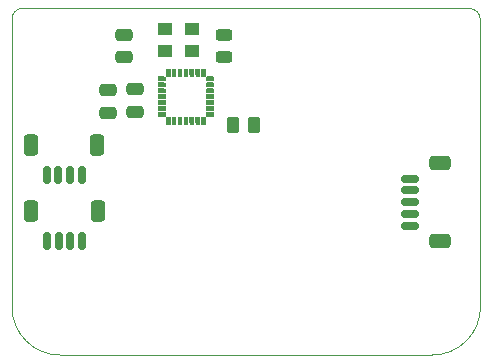
<source format=gbr>
G04 #@! TF.GenerationSoftware,KiCad,Pcbnew,(6.0.0)*
G04 #@! TF.CreationDate,2022-07-24T15:30:20-05:00*
G04 #@! TF.ProjectId,DriveByWireInputAltSTM32QFN28,44726976-6542-4795-9769-7265496e7075,rev?*
G04 #@! TF.SameCoordinates,Original*
G04 #@! TF.FileFunction,Paste,Top*
G04 #@! TF.FilePolarity,Positive*
%FSLAX46Y46*%
G04 Gerber Fmt 4.6, Leading zero omitted, Abs format (unit mm)*
G04 Created by KiCad (PCBNEW (6.0.0)) date 2022-07-24 15:30:20*
%MOMM*%
%LPD*%
G01*
G04 APERTURE LIST*
G04 Aperture macros list*
%AMRoundRect*
0 Rectangle with rounded corners*
0 $1 Rounding radius*
0 $2 $3 $4 $5 $6 $7 $8 $9 X,Y pos of 4 corners*
0 Add a 4 corners polygon primitive as box body*
4,1,4,$2,$3,$4,$5,$6,$7,$8,$9,$2,$3,0*
0 Add four circle primitives for the rounded corners*
1,1,$1+$1,$2,$3*
1,1,$1+$1,$4,$5*
1,1,$1+$1,$6,$7*
1,1,$1+$1,$8,$9*
0 Add four rect primitives between the rounded corners*
20,1,$1+$1,$2,$3,$4,$5,0*
20,1,$1+$1,$4,$5,$6,$7,0*
20,1,$1+$1,$6,$7,$8,$9,0*
20,1,$1+$1,$8,$9,$2,$3,0*%
G04 Aperture macros list end*
G04 #@! TA.AperFunction,Profile*
%ADD10C,0.050000*%
G04 #@! TD*
%ADD11C,0.100000*%
%ADD12RoundRect,0.250000X-0.475000X0.250000X-0.475000X-0.250000X0.475000X-0.250000X0.475000X0.250000X0*%
%ADD13RoundRect,0.250000X0.475000X-0.250000X0.475000X0.250000X-0.475000X0.250000X-0.475000X-0.250000X0*%
%ADD14RoundRect,0.150000X-0.150000X-0.625000X0.150000X-0.625000X0.150000X0.625000X-0.150000X0.625000X0*%
%ADD15RoundRect,0.249999X-0.350001X-0.650001X0.350001X-0.650001X0.350001X0.650001X-0.350001X0.650001X0*%
%ADD16RoundRect,0.243750X-0.456250X0.243750X-0.456250X-0.243750X0.456250X-0.243750X0.456250X0.243750X0*%
%ADD17R,1.300000X1.100000*%
%ADD18R,0.599948X0.299974*%
%ADD19R,0.299974X0.599948*%
%ADD20RoundRect,0.250000X-0.262500X-0.450000X0.262500X-0.450000X0.262500X0.450000X-0.262500X0.450000X0*%
%ADD21RoundRect,0.150000X-0.625000X0.150000X-0.625000X-0.150000X0.625000X-0.150000X0.625000X0.150000X0*%
%ADD22RoundRect,0.250000X-0.650000X0.350000X-0.650000X-0.350000X0.650000X-0.350000X0.650000X0.350000X0*%
G04 APERTURE END LIST*
D10*
X132588000Y-110680500D02*
G75*
G03*
X136652000Y-114744500I4064000J0D01*
G01*
X172239940Y-86360000D02*
X172250164Y-110667800D01*
X132588000Y-110680500D02*
X132588000Y-86296602D01*
X172239940Y-86360000D02*
G75*
G03*
X171279873Y-85389743I-965162J5095D01*
G01*
X168153080Y-114744500D02*
G75*
G03*
X172250164Y-110667800I22733J4074289D01*
G01*
X171279820Y-85389720D02*
X133489685Y-85389720D01*
X133489685Y-85389720D02*
G75*
G03*
X132588000Y-86296602I0J-901700D01*
G01*
X168153080Y-114744500D02*
X136652000Y-114744500D01*
D11*
X146624953Y-94575986D02*
X146624953Y-95175934D01*
X146624953Y-95175934D02*
X146924927Y-95175934D01*
X146924927Y-95175934D02*
X146924927Y-94575986D01*
X146924927Y-94575986D02*
X146624953Y-94575986D01*
G36*
X146924927Y-95175934D02*
G01*
X146624953Y-95175934D01*
X146624953Y-94575986D01*
X146924927Y-94575986D01*
X146924927Y-95175934D01*
G37*
X146924927Y-95175934D02*
X146624953Y-95175934D01*
X146624953Y-94575986D01*
X146924927Y-94575986D01*
X146924927Y-95175934D01*
X144930646Y-92180893D02*
X144930646Y-92480867D01*
X144930646Y-92480867D02*
X145530594Y-92480867D01*
X145530594Y-92480867D02*
X145530594Y-92180893D01*
X145530594Y-92180893D02*
X144930646Y-92180893D01*
G36*
X145530594Y-92480867D02*
G01*
X144930646Y-92480867D01*
X144930646Y-92180893D01*
X145530594Y-92180893D01*
X145530594Y-92480867D01*
G37*
X145530594Y-92480867D02*
X144930646Y-92480867D01*
X144930646Y-92180893D01*
X145530594Y-92180893D01*
X145530594Y-92480867D01*
X147625713Y-94575986D02*
X147625713Y-95175934D01*
X147625713Y-95175934D02*
X147925687Y-95175934D01*
X147925687Y-95175934D02*
X147925687Y-94575986D01*
X147925687Y-94575986D02*
X147625713Y-94575986D01*
G36*
X147925687Y-95175934D02*
G01*
X147625713Y-95175934D01*
X147625713Y-94575986D01*
X147925687Y-94575986D01*
X147925687Y-95175934D01*
G37*
X147925687Y-95175934D02*
X147625713Y-95175934D01*
X147625713Y-94575986D01*
X147925687Y-94575986D01*
X147925687Y-95175934D01*
X146124573Y-90486586D02*
X146124573Y-91086534D01*
X146124573Y-91086534D02*
X146424547Y-91086534D01*
X146424547Y-91086534D02*
X146424547Y-90486586D01*
X146424547Y-90486586D02*
X146124573Y-90486586D01*
G36*
X146424547Y-91086534D02*
G01*
X146124573Y-91086534D01*
X146124573Y-90486586D01*
X146424547Y-90486586D01*
X146424547Y-91086534D01*
G37*
X146424547Y-91086534D02*
X146124573Y-91086534D01*
X146124573Y-90486586D01*
X146424547Y-90486586D01*
X146424547Y-91086534D01*
X144930646Y-93682033D02*
X144930646Y-93982007D01*
X144930646Y-93982007D02*
X145530594Y-93982007D01*
X145530594Y-93982007D02*
X145530594Y-93682033D01*
X145530594Y-93682033D02*
X144930646Y-93682033D01*
G36*
X145530594Y-93982007D02*
G01*
X144930646Y-93982007D01*
X144930646Y-93682033D01*
X145530594Y-93682033D01*
X145530594Y-93982007D01*
G37*
X145530594Y-93982007D02*
X144930646Y-93982007D01*
X144930646Y-93682033D01*
X145530594Y-93682033D01*
X145530594Y-93982007D01*
X147125333Y-94575986D02*
X147125333Y-95175934D01*
X147125333Y-95175934D02*
X147425307Y-95175934D01*
X147425307Y-95175934D02*
X147425307Y-94575986D01*
X147425307Y-94575986D02*
X147125333Y-94575986D01*
G36*
X147425307Y-95175934D02*
G01*
X147125333Y-95175934D01*
X147125333Y-94575986D01*
X147425307Y-94575986D01*
X147425307Y-95175934D01*
G37*
X147425307Y-95175934D02*
X147125333Y-95175934D01*
X147125333Y-94575986D01*
X147425307Y-94575986D01*
X147425307Y-95175934D01*
X144930646Y-94182413D02*
X144930646Y-94482387D01*
X144930646Y-94482387D02*
X145530594Y-94482387D01*
X145530594Y-94482387D02*
X145530594Y-94182413D01*
X145530594Y-94182413D02*
X144930646Y-94182413D01*
G36*
X145530594Y-94482387D02*
G01*
X144930646Y-94482387D01*
X144930646Y-94182413D01*
X145530594Y-94182413D01*
X145530594Y-94482387D01*
G37*
X145530594Y-94482387D02*
X144930646Y-94482387D01*
X144930646Y-94182413D01*
X145530594Y-94182413D01*
X145530594Y-94482387D01*
X144930646Y-93181653D02*
X144930646Y-93481627D01*
X144930646Y-93481627D02*
X145530594Y-93481627D01*
X145530594Y-93481627D02*
X145530594Y-93181653D01*
X145530594Y-93181653D02*
X144930646Y-93181653D01*
G36*
X145530594Y-93481627D02*
G01*
X144930646Y-93481627D01*
X144930646Y-93181653D01*
X145530594Y-93181653D01*
X145530594Y-93481627D01*
G37*
X145530594Y-93481627D02*
X144930646Y-93481627D01*
X144930646Y-93181653D01*
X145530594Y-93181653D01*
X145530594Y-93481627D01*
X149020046Y-93181653D02*
X149020046Y-93481627D01*
X149020046Y-93481627D02*
X149619994Y-93481627D01*
X149619994Y-93481627D02*
X149619994Y-93181653D01*
X149619994Y-93181653D02*
X149020046Y-93181653D01*
G36*
X149619994Y-93481627D02*
G01*
X149020046Y-93481627D01*
X149020046Y-93181653D01*
X149619994Y-93181653D01*
X149619994Y-93481627D01*
G37*
X149619994Y-93481627D02*
X149020046Y-93481627D01*
X149020046Y-93181653D01*
X149619994Y-93181653D01*
X149619994Y-93481627D01*
X146624953Y-90486586D02*
X146624953Y-91086534D01*
X146624953Y-91086534D02*
X146924927Y-91086534D01*
X146924927Y-91086534D02*
X146924927Y-90486586D01*
X146924927Y-90486586D02*
X146624953Y-90486586D01*
G36*
X146924927Y-91086534D02*
G01*
X146624953Y-91086534D01*
X146624953Y-90486586D01*
X146924927Y-90486586D01*
X146924927Y-91086534D01*
G37*
X146924927Y-91086534D02*
X146624953Y-91086534D01*
X146624953Y-90486586D01*
X146924927Y-90486586D01*
X146924927Y-91086534D01*
X145624193Y-90486586D02*
X145624193Y-91086534D01*
X145624193Y-91086534D02*
X145924167Y-91086534D01*
X145924167Y-91086534D02*
X145924167Y-90486586D01*
X145924167Y-90486586D02*
X145624193Y-90486586D01*
G36*
X145924167Y-91086534D02*
G01*
X145624193Y-91086534D01*
X145624193Y-90486586D01*
X145924167Y-90486586D01*
X145924167Y-91086534D01*
G37*
X145924167Y-91086534D02*
X145624193Y-91086534D01*
X145624193Y-90486586D01*
X145924167Y-90486586D01*
X145924167Y-91086534D01*
X144930646Y-91180133D02*
X144930646Y-91480107D01*
X144930646Y-91480107D02*
X145530594Y-91480107D01*
X145530594Y-91480107D02*
X145530594Y-91180133D01*
X145530594Y-91180133D02*
X144930646Y-91180133D01*
G36*
X145530594Y-91480107D02*
G01*
X144930646Y-91480107D01*
X144930646Y-91180133D01*
X145530594Y-91180133D01*
X145530594Y-91480107D01*
G37*
X145530594Y-91480107D02*
X144930646Y-91480107D01*
X144930646Y-91180133D01*
X145530594Y-91180133D01*
X145530594Y-91480107D01*
X147125333Y-90486586D02*
X147125333Y-91086534D01*
X147125333Y-91086534D02*
X147425307Y-91086534D01*
X147425307Y-91086534D02*
X147425307Y-90486586D01*
X147425307Y-90486586D02*
X147125333Y-90486586D01*
G36*
X147425307Y-91086534D02*
G01*
X147125333Y-91086534D01*
X147125333Y-90486586D01*
X147425307Y-90486586D01*
X147425307Y-91086534D01*
G37*
X147425307Y-91086534D02*
X147125333Y-91086534D01*
X147125333Y-90486586D01*
X147425307Y-90486586D01*
X147425307Y-91086534D01*
X149020046Y-91180133D02*
X149020046Y-91480107D01*
X149020046Y-91480107D02*
X149619994Y-91480107D01*
X149619994Y-91480107D02*
X149619994Y-91180133D01*
X149619994Y-91180133D02*
X149020046Y-91180133D01*
G36*
X149619994Y-91480107D02*
G01*
X149020046Y-91480107D01*
X149020046Y-91180133D01*
X149619994Y-91180133D01*
X149619994Y-91480107D01*
G37*
X149619994Y-91480107D02*
X149020046Y-91480107D01*
X149020046Y-91180133D01*
X149619994Y-91180133D01*
X149619994Y-91480107D01*
X144930646Y-92681273D02*
X144930646Y-92981247D01*
X144930646Y-92981247D02*
X145530594Y-92981247D01*
X145530594Y-92981247D02*
X145530594Y-92681273D01*
X145530594Y-92681273D02*
X144930646Y-92681273D01*
G36*
X145530594Y-92981247D02*
G01*
X144930646Y-92981247D01*
X144930646Y-92681273D01*
X145530594Y-92681273D01*
X145530594Y-92981247D01*
G37*
X145530594Y-92981247D02*
X144930646Y-92981247D01*
X144930646Y-92681273D01*
X145530594Y-92681273D01*
X145530594Y-92981247D01*
X149020046Y-91680513D02*
X149020046Y-91980487D01*
X149020046Y-91980487D02*
X149619994Y-91980487D01*
X149619994Y-91980487D02*
X149619994Y-91680513D01*
X149619994Y-91680513D02*
X149020046Y-91680513D01*
G36*
X149619994Y-91980487D02*
G01*
X149020046Y-91980487D01*
X149020046Y-91680513D01*
X149619994Y-91680513D01*
X149619994Y-91980487D01*
G37*
X149619994Y-91980487D02*
X149020046Y-91980487D01*
X149020046Y-91680513D01*
X149619994Y-91680513D01*
X149619994Y-91980487D01*
X149020046Y-94182413D02*
X149020046Y-94482387D01*
X149020046Y-94482387D02*
X149619994Y-94482387D01*
X149619994Y-94482387D02*
X149619994Y-94182413D01*
X149619994Y-94182413D02*
X149020046Y-94182413D01*
G36*
X149619994Y-94482387D02*
G01*
X149020046Y-94482387D01*
X149020046Y-94182413D01*
X149619994Y-94182413D01*
X149619994Y-94482387D01*
G37*
X149619994Y-94482387D02*
X149020046Y-94482387D01*
X149020046Y-94182413D01*
X149619994Y-94182413D01*
X149619994Y-94482387D01*
X144930646Y-91680513D02*
X144930646Y-91980487D01*
X144930646Y-91980487D02*
X145530594Y-91980487D01*
X145530594Y-91980487D02*
X145530594Y-91680513D01*
X145530594Y-91680513D02*
X144930646Y-91680513D01*
G36*
X145530594Y-91980487D02*
G01*
X144930646Y-91980487D01*
X144930646Y-91680513D01*
X145530594Y-91680513D01*
X145530594Y-91980487D01*
G37*
X145530594Y-91980487D02*
X144930646Y-91980487D01*
X144930646Y-91680513D01*
X145530594Y-91680513D01*
X145530594Y-91980487D01*
X149020046Y-92180893D02*
X149020046Y-92480867D01*
X149020046Y-92480867D02*
X149619994Y-92480867D01*
X149619994Y-92480867D02*
X149619994Y-92180893D01*
X149619994Y-92180893D02*
X149020046Y-92180893D01*
G36*
X149619994Y-92480867D02*
G01*
X149020046Y-92480867D01*
X149020046Y-92180893D01*
X149619994Y-92180893D01*
X149619994Y-92480867D01*
G37*
X149619994Y-92480867D02*
X149020046Y-92480867D01*
X149020046Y-92180893D01*
X149619994Y-92180893D01*
X149619994Y-92480867D01*
X149020046Y-93682033D02*
X149020046Y-93982007D01*
X149020046Y-93982007D02*
X149619994Y-93982007D01*
X149619994Y-93982007D02*
X149619994Y-93682033D01*
X149619994Y-93682033D02*
X149020046Y-93682033D01*
G36*
X149619994Y-93982007D02*
G01*
X149020046Y-93982007D01*
X149020046Y-93682033D01*
X149619994Y-93682033D01*
X149619994Y-93982007D01*
G37*
X149619994Y-93982007D02*
X149020046Y-93982007D01*
X149020046Y-93682033D01*
X149619994Y-93682033D01*
X149619994Y-93982007D01*
X148126093Y-94575986D02*
X148126093Y-95175934D01*
X148126093Y-95175934D02*
X148426067Y-95175934D01*
X148426067Y-95175934D02*
X148426067Y-94575986D01*
X148426067Y-94575986D02*
X148126093Y-94575986D01*
G36*
X148426067Y-95175934D02*
G01*
X148126093Y-95175934D01*
X148126093Y-94575986D01*
X148426067Y-94575986D01*
X148426067Y-95175934D01*
G37*
X148426067Y-95175934D02*
X148126093Y-95175934D01*
X148126093Y-94575986D01*
X148426067Y-94575986D01*
X148426067Y-95175934D01*
X145624193Y-94575986D02*
X145624193Y-95175934D01*
X145624193Y-95175934D02*
X145924167Y-95175934D01*
X145924167Y-95175934D02*
X145924167Y-94575986D01*
X145924167Y-94575986D02*
X145624193Y-94575986D01*
G36*
X145924167Y-95175934D02*
G01*
X145624193Y-95175934D01*
X145624193Y-94575986D01*
X145924167Y-94575986D01*
X145924167Y-95175934D01*
G37*
X145924167Y-95175934D02*
X145624193Y-95175934D01*
X145624193Y-94575986D01*
X145924167Y-94575986D01*
X145924167Y-95175934D01*
X149020046Y-92681273D02*
X149020046Y-92981247D01*
X149020046Y-92981247D02*
X149619994Y-92981247D01*
X149619994Y-92981247D02*
X149619994Y-92681273D01*
X149619994Y-92681273D02*
X149020046Y-92681273D01*
G36*
X149619994Y-92981247D02*
G01*
X149020046Y-92981247D01*
X149020046Y-92681273D01*
X149619994Y-92681273D01*
X149619994Y-92981247D01*
G37*
X149619994Y-92981247D02*
X149020046Y-92981247D01*
X149020046Y-92681273D01*
X149619994Y-92681273D01*
X149619994Y-92981247D01*
X147625713Y-90486586D02*
X147625713Y-91086534D01*
X147625713Y-91086534D02*
X147925687Y-91086534D01*
X147925687Y-91086534D02*
X147925687Y-90486586D01*
X147925687Y-90486586D02*
X147625713Y-90486586D01*
G36*
X147925687Y-91086534D02*
G01*
X147625713Y-91086534D01*
X147625713Y-90486586D01*
X147925687Y-90486586D01*
X147925687Y-91086534D01*
G37*
X147925687Y-91086534D02*
X147625713Y-91086534D01*
X147625713Y-90486586D01*
X147925687Y-90486586D01*
X147925687Y-91086534D01*
X148626473Y-90486586D02*
X148626473Y-91086534D01*
X148626473Y-91086534D02*
X148926447Y-91086534D01*
X148926447Y-91086534D02*
X148926447Y-90486586D01*
X148926447Y-90486586D02*
X148626473Y-90486586D01*
G36*
X148926447Y-91086534D02*
G01*
X148626473Y-91086534D01*
X148626473Y-90486586D01*
X148926447Y-90486586D01*
X148926447Y-91086534D01*
G37*
X148926447Y-91086534D02*
X148626473Y-91086534D01*
X148626473Y-90486586D01*
X148926447Y-90486586D01*
X148926447Y-91086534D01*
X148126093Y-90486586D02*
X148126093Y-91086534D01*
X148126093Y-91086534D02*
X148426067Y-91086534D01*
X148426067Y-91086534D02*
X148426067Y-90486586D01*
X148426067Y-90486586D02*
X148126093Y-90486586D01*
G36*
X148426067Y-91086534D02*
G01*
X148126093Y-91086534D01*
X148126093Y-90486586D01*
X148426067Y-90486586D01*
X148426067Y-91086534D01*
G37*
X148426067Y-91086534D02*
X148126093Y-91086534D01*
X148126093Y-90486586D01*
X148426067Y-90486586D01*
X148426067Y-91086534D01*
X146124573Y-94575986D02*
X146124573Y-95175934D01*
X146124573Y-95175934D02*
X146424547Y-95175934D01*
X146424547Y-95175934D02*
X146424547Y-94575986D01*
X146424547Y-94575986D02*
X146124573Y-94575986D01*
G36*
X146424547Y-95175934D02*
G01*
X146124573Y-95175934D01*
X146124573Y-94575986D01*
X146424547Y-94575986D01*
X146424547Y-95175934D01*
G37*
X146424547Y-95175934D02*
X146124573Y-95175934D01*
X146124573Y-94575986D01*
X146424547Y-94575986D01*
X146424547Y-95175934D01*
X148626473Y-94575986D02*
X148626473Y-95175934D01*
X148626473Y-95175934D02*
X148926447Y-95175934D01*
X148926447Y-95175934D02*
X148926447Y-94575986D01*
X148926447Y-94575986D02*
X148626473Y-94575986D01*
G36*
X148926447Y-95175934D02*
G01*
X148626473Y-95175934D01*
X148626473Y-94575986D01*
X148926447Y-94575986D01*
X148926447Y-95175934D01*
G37*
X148926447Y-95175934D02*
X148626473Y-95175934D01*
X148626473Y-94575986D01*
X148926447Y-94575986D01*
X148926447Y-95175934D01*
D12*
X140729740Y-92323220D03*
X140729740Y-94223220D03*
X143023360Y-92244480D03*
X143023360Y-94144480D03*
D13*
X142048000Y-89539460D03*
X142048000Y-87639460D03*
D14*
X135510000Y-99525000D03*
X136510000Y-99525000D03*
X137510000Y-99525000D03*
X138510000Y-99525000D03*
D15*
X139810000Y-97000000D03*
X134210000Y-97000000D03*
D14*
X135535400Y-105087600D03*
X136535400Y-105087600D03*
X137535400Y-105087600D03*
X138535400Y-105087600D03*
D15*
X134235400Y-102562600D03*
X139835400Y-102562600D03*
D16*
X150526520Y-87626560D03*
X150526520Y-89501560D03*
D17*
X147815720Y-87141620D03*
X145515720Y-87141620D03*
X145515720Y-89041620D03*
X147815720Y-89041620D03*
D18*
X145230620Y-91330120D03*
X145230620Y-91830500D03*
X145230620Y-92330880D03*
X145230620Y-92831260D03*
X145230620Y-93331640D03*
X145230620Y-93832020D03*
X145230620Y-94332400D03*
D19*
X145774180Y-94875960D03*
X146274560Y-94875960D03*
X146774940Y-94875960D03*
X147275320Y-94875960D03*
X147775700Y-94875960D03*
X148276080Y-94875960D03*
X148776460Y-94875960D03*
D18*
X149320020Y-94332400D03*
X149320020Y-93832020D03*
X149320020Y-93331640D03*
X149320020Y-92831260D03*
X149320020Y-92330880D03*
X149320020Y-91830500D03*
X149320020Y-91330120D03*
D19*
X148776460Y-90786560D03*
X148276080Y-90786560D03*
X147775700Y-90786560D03*
X147275320Y-90786560D03*
X146774940Y-90786560D03*
X146274560Y-90786560D03*
X145774180Y-90786560D03*
D20*
X151257500Y-95270000D03*
X153082500Y-95270000D03*
D21*
X166275000Y-99800000D03*
X166275000Y-100800000D03*
X166275000Y-101800000D03*
X166275000Y-102800000D03*
X166275000Y-103800000D03*
D22*
X168800000Y-98500000D03*
X168800000Y-105100000D03*
M02*

</source>
